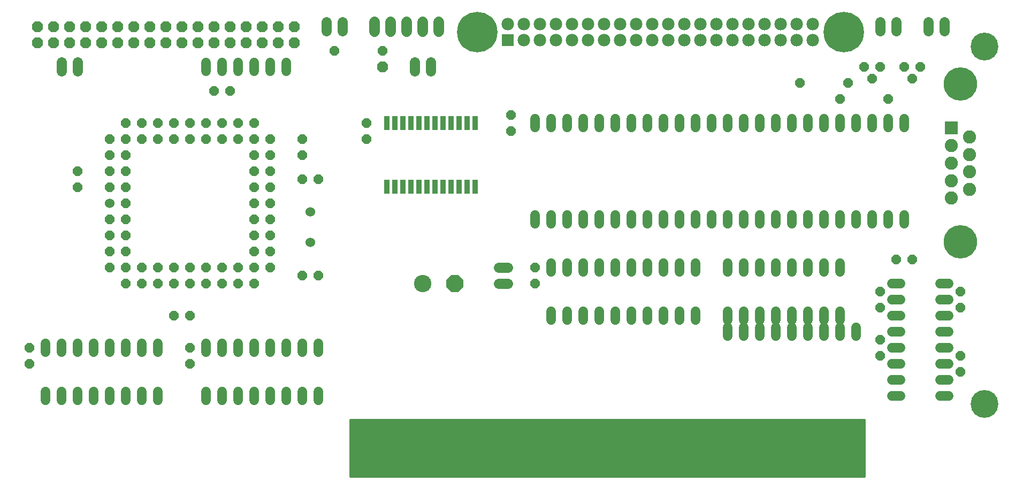
<source format=gts>
G75*
%MOIN*%
%OFA0B0*%
%FSLAX24Y24*%
%IPPOS*%
%LPD*%
%AMOC8*
5,1,8,0,0,1.08239X$1,22.5*
%
%ADD10C,0.0160*%
%ADD11R,0.0680X0.2630*%
%ADD12R,0.0820X0.0820*%
%ADD13C,0.0820*%
%ADD14C,0.2080*%
%ADD15OC8,0.0600*%
%ADD16C,0.0600*%
%ADD17R,0.0780X0.0780*%
%ADD18C,0.0780*%
%ADD19C,0.2521*%
%ADD20R,0.0340X0.0880*%
%ADD21C,0.0640*%
%ADD22C,0.1080*%
%ADD23OC8,0.1080*%
%ADD24OC8,0.0680*%
%ADD25C,0.1730*%
%ADD26C,0.0680*%
%ADD27C,0.0600*%
D10*
X021680Y000180D02*
X021680Y003680D01*
X053680Y003680D01*
X053680Y000180D01*
X021680Y000180D01*
X021680Y000314D02*
X053680Y000314D01*
X053680Y000473D02*
X021680Y000473D01*
X021680Y000631D02*
X053680Y000631D01*
X053680Y000790D02*
X021680Y000790D01*
X021680Y000948D02*
X053680Y000948D01*
X053680Y001107D02*
X021680Y001107D01*
X021680Y001265D02*
X053680Y001265D01*
X053680Y001424D02*
X021680Y001424D01*
X021680Y001582D02*
X053680Y001582D01*
X053680Y001741D02*
X021680Y001741D01*
X021680Y001899D02*
X053680Y001899D01*
X053680Y002058D02*
X021680Y002058D01*
X021680Y002216D02*
X053680Y002216D01*
X053680Y002375D02*
X021680Y002375D01*
X021680Y002533D02*
X053680Y002533D01*
X053680Y002692D02*
X021680Y002692D01*
X021680Y002850D02*
X053680Y002850D01*
X053680Y003009D02*
X021680Y003009D01*
X021680Y003167D02*
X053680Y003167D01*
X053680Y003326D02*
X021680Y003326D01*
X021680Y003484D02*
X053680Y003484D01*
X053680Y003643D02*
X021680Y003643D01*
D11*
X022680Y002180D03*
X023680Y002180D03*
X024680Y002180D03*
X025680Y002180D03*
X026680Y002180D03*
X027680Y002180D03*
X028680Y002180D03*
X029680Y002180D03*
X030680Y002180D03*
X031680Y002180D03*
X032680Y002180D03*
X033680Y002180D03*
X034680Y002180D03*
X035680Y002180D03*
X036680Y002180D03*
X037680Y002180D03*
X038680Y002180D03*
X039680Y002180D03*
X040680Y002180D03*
X041680Y002180D03*
X042680Y002180D03*
X043680Y002180D03*
X044680Y002180D03*
X045680Y002180D03*
X046680Y002180D03*
X047680Y002180D03*
X048680Y002180D03*
X049680Y002180D03*
X050680Y002180D03*
X051680Y002180D03*
X052680Y002180D03*
D12*
X059121Y021861D03*
D13*
X060239Y021314D03*
X059121Y020771D03*
X060239Y020223D03*
X059121Y019680D03*
X060239Y019137D03*
X059121Y018589D03*
X060239Y018046D03*
X059121Y017499D03*
D14*
X059680Y014759D03*
X059680Y024601D03*
D15*
X057180Y025680D03*
X056180Y025680D03*
X056680Y024930D03*
X054680Y025680D03*
X053680Y025680D03*
X054180Y024930D03*
X052680Y024680D03*
X052180Y023680D03*
X049680Y024680D03*
X055180Y023680D03*
X055680Y013680D03*
X056680Y013680D03*
X054680Y011680D03*
X054680Y010680D03*
X054680Y008680D03*
X054680Y007680D03*
X059680Y007680D03*
X059680Y006680D03*
X059680Y010680D03*
X059680Y011680D03*
X033180Y012180D03*
X033180Y013180D03*
X019680Y012680D03*
X018680Y012680D03*
X016680Y013180D03*
X015680Y013180D03*
X014680Y013180D03*
X013680Y013180D03*
X012680Y013180D03*
X011680Y013180D03*
X010680Y013180D03*
X009680Y013180D03*
X008680Y013180D03*
X007680Y013180D03*
X006680Y013180D03*
X006680Y014180D03*
X007680Y014180D03*
X007680Y015180D03*
X006680Y015180D03*
X006680Y016180D03*
X007680Y016180D03*
X007680Y017180D03*
X007680Y018180D03*
X006680Y018180D03*
X004680Y018180D03*
X004680Y019180D03*
X006680Y019180D03*
X007680Y019180D03*
X007680Y020180D03*
X006680Y020180D03*
X006680Y021180D03*
X007680Y021180D03*
X008680Y021180D03*
X009680Y021180D03*
X010680Y021180D03*
X011680Y021180D03*
X012680Y021180D03*
X013680Y021180D03*
X014680Y021180D03*
X015680Y021180D03*
X016680Y021180D03*
X016680Y020180D03*
X015680Y020180D03*
X015680Y019180D03*
X016680Y019180D03*
X018680Y018680D03*
X019680Y018680D03*
X016680Y018180D03*
X015680Y018180D03*
X015680Y017180D03*
X016680Y017180D03*
X016680Y016180D03*
X015680Y016180D03*
X015680Y015180D03*
X016680Y015180D03*
X016680Y014180D03*
X015680Y014180D03*
X015680Y012180D03*
X014680Y012180D03*
X013680Y012180D03*
X012680Y012180D03*
X011680Y012180D03*
X010680Y012180D03*
X009680Y012180D03*
X008680Y012180D03*
X007680Y012180D03*
X010680Y010180D03*
X011680Y010180D03*
X011680Y008180D03*
X011680Y007180D03*
X001680Y007180D03*
X001680Y008180D03*
X018680Y020180D03*
X018680Y021180D03*
X015680Y022180D03*
X014680Y022180D03*
X013680Y022180D03*
X012680Y022180D03*
X011680Y022180D03*
X010680Y022180D03*
X009680Y022180D03*
X008680Y022180D03*
X007680Y022180D03*
X013180Y024180D03*
X014180Y024180D03*
X020680Y026680D03*
X023680Y026680D03*
X031680Y022680D03*
X031680Y021680D03*
X022680Y021180D03*
X022680Y022180D03*
D16*
X002680Y005440D02*
X002680Y004920D01*
X003680Y004920D02*
X003680Y005440D01*
X004680Y005440D02*
X004680Y004920D01*
X005680Y004920D02*
X005680Y005440D01*
X006680Y005440D02*
X006680Y004920D01*
X007680Y004920D02*
X007680Y005440D01*
X008680Y005440D02*
X008680Y004920D01*
X009680Y004920D02*
X009680Y005440D01*
X012680Y005440D02*
X012680Y004920D01*
X013680Y004920D02*
X013680Y005440D01*
X014680Y005440D02*
X014680Y004920D01*
X015680Y004920D02*
X015680Y005440D01*
X016680Y005440D02*
X016680Y004920D01*
X017680Y004920D02*
X017680Y005440D01*
X018680Y005440D02*
X018680Y004920D01*
X019680Y004920D02*
X019680Y005440D01*
X019680Y007920D02*
X019680Y008440D01*
X018680Y008440D02*
X018680Y007920D01*
X017680Y007920D02*
X017680Y008440D01*
X016680Y008440D02*
X016680Y007920D01*
X015680Y007920D02*
X015680Y008440D01*
X014680Y008440D02*
X014680Y007920D01*
X013680Y007920D02*
X013680Y008440D01*
X012680Y008440D02*
X012680Y007920D01*
X009680Y007920D02*
X009680Y008440D01*
X008680Y008440D02*
X008680Y007920D01*
X007680Y007920D02*
X007680Y008440D01*
X006680Y008440D02*
X006680Y007920D01*
X005680Y007920D02*
X005680Y008440D01*
X004680Y008440D02*
X004680Y007920D01*
X003680Y007920D02*
X003680Y008440D01*
X002680Y008440D02*
X002680Y007920D01*
X033180Y015920D02*
X033180Y016440D01*
X034180Y016440D02*
X034180Y015920D01*
X035180Y015920D02*
X035180Y016440D01*
X036180Y016440D02*
X036180Y015920D01*
X037180Y015920D02*
X037180Y016440D01*
X038180Y016440D02*
X038180Y015920D01*
X039180Y015920D02*
X039180Y016440D01*
X040180Y016440D02*
X040180Y015920D01*
X041180Y015920D02*
X041180Y016440D01*
X042180Y016440D02*
X042180Y015920D01*
X043180Y015920D02*
X043180Y016440D01*
X044180Y016440D02*
X044180Y015920D01*
X045180Y015920D02*
X045180Y016440D01*
X046180Y016440D02*
X046180Y015920D01*
X047180Y015920D02*
X047180Y016440D01*
X048180Y016440D02*
X048180Y015920D01*
X049180Y015920D02*
X049180Y016440D01*
X050180Y016440D02*
X050180Y015920D01*
X051180Y015920D02*
X051180Y016440D01*
X052180Y016440D02*
X052180Y015920D01*
X053180Y015920D02*
X053180Y016440D01*
X054180Y016440D02*
X054180Y015920D01*
X055180Y015920D02*
X055180Y016440D01*
X056180Y016440D02*
X056180Y015920D01*
X052180Y013440D02*
X052180Y012920D01*
X051180Y012920D02*
X051180Y013440D01*
X050180Y013440D02*
X050180Y012920D01*
X049180Y012920D02*
X049180Y013440D01*
X048180Y013440D02*
X048180Y012920D01*
X047180Y012920D02*
X047180Y013440D01*
X046180Y013440D02*
X046180Y012920D01*
X045180Y012920D02*
X045180Y013440D01*
X043180Y013440D02*
X043180Y012920D01*
X042180Y012920D02*
X042180Y013440D01*
X041180Y013440D02*
X041180Y012920D01*
X040180Y012920D02*
X040180Y013440D01*
X039180Y013440D02*
X039180Y012920D01*
X038180Y012920D02*
X038180Y013440D01*
X037180Y013440D02*
X037180Y012920D01*
X036180Y012920D02*
X036180Y013440D01*
X035180Y013440D02*
X035180Y012920D01*
X034180Y012920D02*
X034180Y013440D01*
X034180Y010440D02*
X034180Y009920D01*
X035180Y009920D02*
X035180Y010440D01*
X036180Y010440D02*
X036180Y009920D01*
X037180Y009920D02*
X037180Y010440D01*
X038180Y010440D02*
X038180Y009920D01*
X039180Y009920D02*
X039180Y010440D01*
X040180Y010440D02*
X040180Y009920D01*
X041180Y009920D02*
X041180Y010440D01*
X042180Y010440D02*
X042180Y009920D01*
X043180Y009920D02*
X043180Y010440D01*
X045180Y010440D02*
X045180Y009920D01*
X046180Y009920D02*
X046180Y010440D01*
X047180Y010440D02*
X047180Y009920D01*
X048180Y009920D02*
X048180Y010440D01*
X049180Y010440D02*
X049180Y009920D01*
X050180Y009920D02*
X050180Y010440D01*
X051180Y010440D02*
X051180Y009920D01*
X051180Y009440D02*
X051180Y008920D01*
X050180Y008920D02*
X050180Y009440D01*
X049180Y009440D02*
X049180Y008920D01*
X048180Y008920D02*
X048180Y009440D01*
X047180Y009440D02*
X047180Y008920D01*
X046180Y008920D02*
X046180Y009440D01*
X045180Y009440D02*
X045180Y008920D01*
X052180Y008920D02*
X052180Y009440D01*
X053180Y009440D02*
X053180Y008920D01*
X055420Y009180D02*
X055940Y009180D01*
X055940Y008180D02*
X055420Y008180D01*
X055420Y007180D02*
X055940Y007180D01*
X055940Y006180D02*
X055420Y006180D01*
X055420Y005180D02*
X055940Y005180D01*
X058420Y005180D02*
X058940Y005180D01*
X058940Y006180D02*
X058420Y006180D01*
X058420Y007180D02*
X058940Y007180D01*
X058940Y008180D02*
X058420Y008180D01*
X058420Y009180D02*
X058940Y009180D01*
X058940Y010180D02*
X058420Y010180D01*
X058420Y011180D02*
X058940Y011180D01*
X058940Y012180D02*
X058420Y012180D01*
X055940Y012180D02*
X055420Y012180D01*
X055420Y011180D02*
X055940Y011180D01*
X055940Y010180D02*
X055420Y010180D01*
X052180Y010440D02*
X052180Y009920D01*
X052180Y021920D02*
X052180Y022440D01*
X053180Y022440D02*
X053180Y021920D01*
X054180Y021920D02*
X054180Y022440D01*
X055180Y022440D02*
X055180Y021920D01*
X056180Y021920D02*
X056180Y022440D01*
X051180Y022440D02*
X051180Y021920D01*
X050180Y021920D02*
X050180Y022440D01*
X049180Y022440D02*
X049180Y021920D01*
X048180Y021920D02*
X048180Y022440D01*
X047180Y022440D02*
X047180Y021920D01*
X046180Y021920D02*
X046180Y022440D01*
X045180Y022440D02*
X045180Y021920D01*
X044180Y021920D02*
X044180Y022440D01*
X043180Y022440D02*
X043180Y021920D01*
X042180Y021920D02*
X042180Y022440D01*
X041180Y022440D02*
X041180Y021920D01*
X040180Y021920D02*
X040180Y022440D01*
X039180Y022440D02*
X039180Y021920D01*
X038180Y021920D02*
X038180Y022440D01*
X037180Y022440D02*
X037180Y021920D01*
X036180Y021920D02*
X036180Y022440D01*
X035180Y022440D02*
X035180Y021920D01*
X034180Y021920D02*
X034180Y022440D01*
X033180Y022440D02*
X033180Y021920D01*
X017680Y025420D02*
X017680Y025940D01*
X016680Y025940D02*
X016680Y025420D01*
X015680Y025420D02*
X015680Y025940D01*
X014680Y025940D02*
X014680Y025420D01*
X013680Y025420D02*
X013680Y025940D01*
X012680Y025940D02*
X012680Y025420D01*
D17*
X031475Y027349D03*
D18*
X032475Y027349D03*
X033475Y027349D03*
X034475Y027349D03*
X035475Y027349D03*
X036475Y027349D03*
X037475Y027349D03*
X038475Y027349D03*
X039475Y027349D03*
X040475Y027349D03*
X041475Y027349D03*
X042475Y027349D03*
X043475Y027349D03*
X044475Y027349D03*
X045475Y027349D03*
X046475Y027349D03*
X047475Y027349D03*
X048475Y027349D03*
X049475Y027349D03*
X050475Y027349D03*
X050475Y028349D03*
X049475Y028349D03*
X048475Y028349D03*
X047475Y028349D03*
X046475Y028349D03*
X045475Y028349D03*
X044475Y028349D03*
X043475Y028349D03*
X042475Y028349D03*
X041475Y028349D03*
X040475Y028349D03*
X039475Y028349D03*
X038475Y028349D03*
X037475Y028349D03*
X036475Y028349D03*
X035475Y028349D03*
X034475Y028349D03*
X033475Y028349D03*
X032475Y028349D03*
X031475Y028349D03*
D19*
X029558Y027849D03*
X052393Y027849D03*
D20*
X029430Y022160D03*
X028930Y022160D03*
X028430Y022160D03*
X027930Y022160D03*
X027430Y022160D03*
X026930Y022160D03*
X026430Y022160D03*
X025930Y022160D03*
X025430Y022160D03*
X024930Y022160D03*
X024430Y022160D03*
X023930Y022160D03*
X023930Y018200D03*
X024430Y018200D03*
X024930Y018200D03*
X025430Y018200D03*
X025930Y018200D03*
X026430Y018200D03*
X026930Y018200D03*
X027430Y018200D03*
X027930Y018200D03*
X028430Y018200D03*
X028930Y018200D03*
X029430Y018200D03*
D21*
X030900Y013180D02*
X031460Y013180D01*
X031460Y012180D02*
X030900Y012180D01*
X026680Y025400D02*
X026680Y025960D01*
X025680Y025960D02*
X025680Y025400D01*
X021180Y027900D02*
X021180Y028460D01*
X020180Y028460D02*
X020180Y027900D01*
X004680Y025960D02*
X004680Y025400D01*
X003680Y025400D02*
X003680Y025960D01*
X054680Y027900D02*
X054680Y028460D01*
X055680Y028460D02*
X055680Y027900D01*
X057680Y027900D02*
X057680Y028460D01*
X058680Y028460D02*
X058680Y027900D01*
D22*
X026180Y012180D03*
D23*
X028180Y012180D03*
D24*
X023680Y025680D03*
X018180Y027180D03*
X017180Y027180D03*
X016180Y027180D03*
X015180Y027180D03*
X014180Y027180D03*
X013180Y027180D03*
X012180Y027180D03*
X011180Y027180D03*
X010180Y027180D03*
X009180Y027180D03*
X008180Y027180D03*
X007180Y027180D03*
X006180Y027180D03*
X005180Y027180D03*
X004180Y027180D03*
X003180Y027180D03*
X002180Y027180D03*
X002180Y028180D03*
X003180Y028180D03*
X004180Y028180D03*
X005180Y028180D03*
X006180Y028180D03*
X007180Y028180D03*
X008180Y028180D03*
X009180Y028180D03*
X010180Y028180D03*
X011180Y028180D03*
X012180Y028180D03*
X013180Y028180D03*
X014180Y028180D03*
X015180Y028180D03*
X016180Y028180D03*
X017180Y028180D03*
X018180Y028180D03*
D25*
X061180Y026930D03*
X061180Y004680D03*
D26*
X027180Y027880D02*
X027180Y028480D01*
X026180Y028480D02*
X026180Y027880D01*
X025180Y027880D02*
X025180Y028480D01*
X024180Y028480D02*
X024180Y027880D01*
X023180Y027880D02*
X023180Y028480D01*
D27*
X006680Y017180D03*
X019180Y016630D03*
X019180Y014730D03*
M02*

</source>
